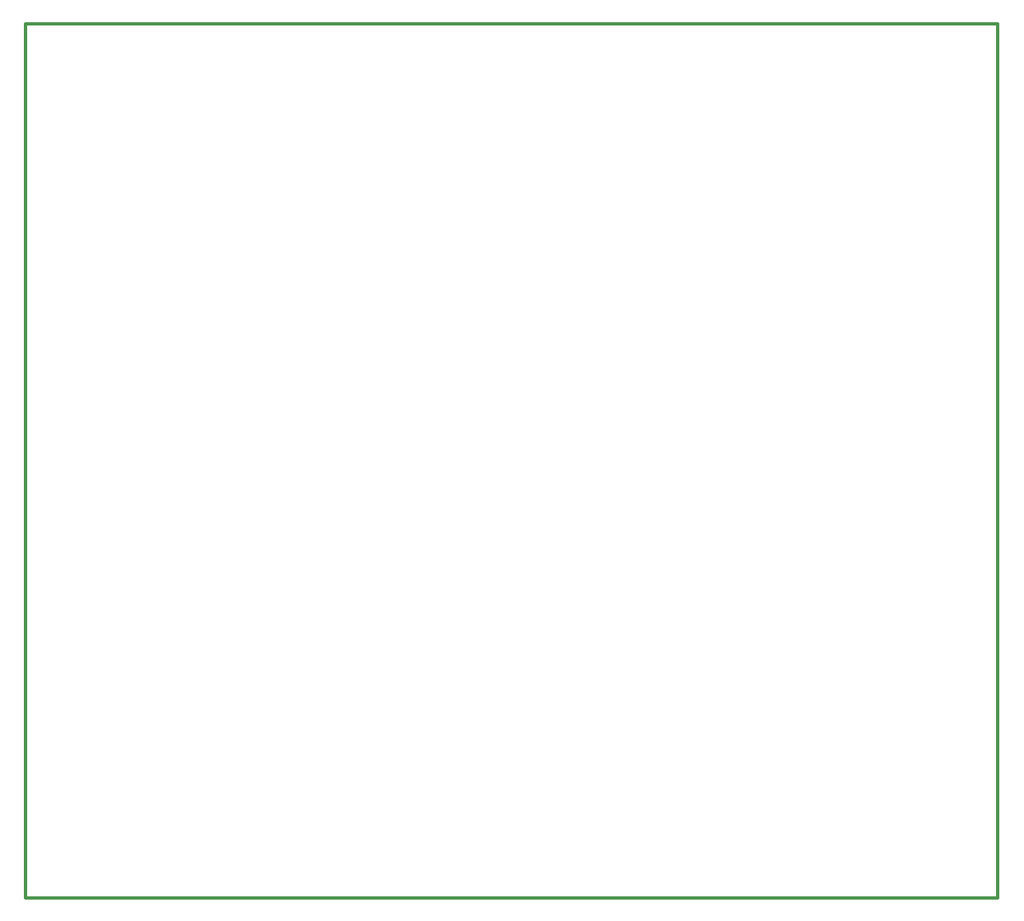
<source format=gbr>
G04 #@! TF.GenerationSoftware,KiCad,Pcbnew,(5.1.2-1)-1*
G04 #@! TF.CreationDate,2021-05-08T22:39:51+03:00*
G04 #@! TF.ProjectId,UAK_3,55414b5f-332e-46b6-9963-61645f706362,rev?*
G04 #@! TF.SameCoordinates,Original*
G04 #@! TF.FileFunction,Profile,NP*
%FSLAX46Y46*%
G04 Gerber Fmt 4.6, Leading zero omitted, Abs format (unit mm)*
G04 Created by KiCad (PCBNEW (5.1.2-1)-1) date 2021-05-08 22:39:51*
%MOMM*%
%LPD*%
G04 APERTURE LIST*
%ADD10C,0.300000*%
G04 APERTURE END LIST*
D10*
X0Y0D02*
X0Y90000000D01*
X100000000Y0D02*
X0Y0D01*
X100000000Y90000000D02*
X100000000Y0D01*
X0Y90000000D02*
X100000000Y90000000D01*
M02*

</source>
